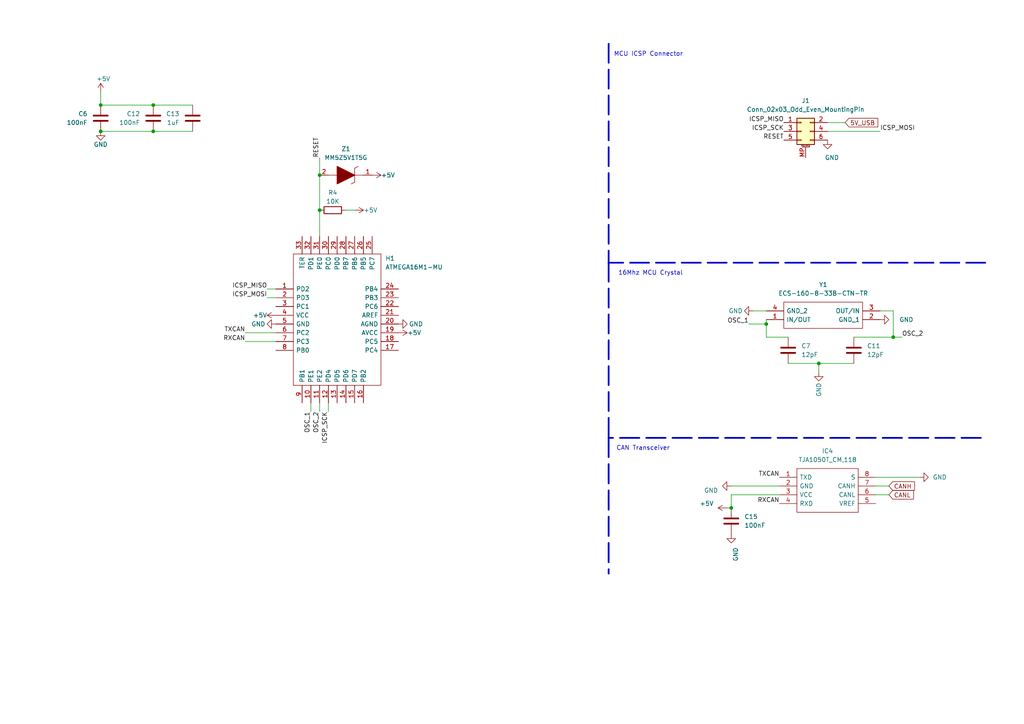
<source format=kicad_sch>
(kicad_sch (version 20210126) (generator eeschema)
  (paper "A4")
  (title_block (title "CAN Bus Alfa Speed Display") (date "2021-04-16") (rev "1") (comment 1 "Author: James Fletcher"))
  (lib_symbols
    (symbol "Connector_Generic_MountingPin:Conn_02x03_Odd_Even_MountingPin" (pin_names (offset 1.016) hide)
      (property "Reference" "J" (at 1.27 5.08 0))
      (property "Value" "Conn_02x03_Odd_Even_MountingPin" (at 2.54 -5.08 0))
      (symbol "Conn_02x03_Odd_Even_MountingPin_1_1"
        (text "Mounting" (at 1.27 -4.191 0) (effects (font (size 0.381 0.381))))
        (rectangle (start -1.27 -2.413) (end 0 -2.667) (stroke (width 0.1524)))
        (rectangle (start -1.27 2.667) (end 0 2.413) (stroke (width 0.1524)))
        (rectangle (start -1.27 3.81) (end 3.81 -3.81) (stroke (width 0.254)) (fill (type background)))
        (rectangle (start -1.27 0.127) (end 0 -0.127) (stroke (width 0.1524)))
        (rectangle (start 3.81 -2.413) (end 2.54 -2.667) (stroke (width 0.1524)))
        (rectangle (start 3.81 2.667) (end 2.54 2.413) (stroke (width 0.1524)))
        (rectangle (start 3.81 0.127) (end 2.54 -0.127) (stroke (width 0.1524)))
        (polyline (pts (xy 0.254 -4.572) (xy 2.286 -4.572)) (stroke (width 0.1524)))
        (pin passive line (at 1.27 -7.62 90) (length 3.048) (name "MountPin") (number "MP"))
        (pin passive line (at -5.08 2.54 0) (length 3.81) (name "Pin_1") (number "1"))
        (pin passive line (at 7.62 2.54 180) (length 3.81) (name "Pin_2") (number "2"))
        (pin passive line (at -5.08 0 0) (length 3.81) (name "Pin_3") (number "3"))
        (pin passive line (at 7.62 0 180) (length 3.81) (name "Pin_4") (number "4"))
        (pin passive line (at -5.08 -2.54 0) (length 3.81) (name "Pin_5") (number "5"))
        (pin passive line (at 7.62 -2.54 180) (length 3.81) (name "Pin_6") (number "6"))
      )
    )
    (symbol "Device:C" (pin_numbers hide) (pin_names (offset 0.254))
      (property "Reference" "C" (at 0.635 2.54 0))
      (property "Value" "C" (at 0.635 -2.54 0))
      (symbol "C_0_1"
        (polyline (pts (xy -2.032 -0.762) (xy 2.032 -0.762)) (stroke (width 0.508)))
        (polyline (pts (xy -2.032 0.762) (xy 2.032 0.762)) (stroke (width 0.508)))
      )
      (symbol "C_1_1"
        (pin passive line (at 0 3.81 270) (length 2.794) (name "~") (number "1"))
        (pin passive line (at 0 -3.81 90) (length 2.794) (name "~") (number "2"))
      )
    )
    (symbol "Device:R" (pin_numbers hide) (pin_names (offset 0))
      (property "Reference" "R" (at 2.032 0 90))
      (property "Value" "R" (at 0 0 90))
      (symbol "R_0_1"
        (rectangle (start -1.016 -2.54) (end 1.016 2.54) (stroke (width 0.254)))
      )
      (symbol "R_1_1"
        (pin passive line (at 0 3.81 270) (length 1.27) (name "~") (number "1"))
        (pin passive line (at 0 -3.81 90) (length 1.27) (name "~") (number "2"))
      )
    )
    (symbol "SamacSys_Parts:ATMEGA16M1-MU" (pin_names (offset 0.762))
      (property "Reference" "H" (at 31.75 15.24 0))
      (property "Value" "ATMEGA16M1-MU" (at 31.75 12.7 0))
      (symbol "ATMEGA16M1-MU_0_0"
        (pin bidirectional line (at 0 0 0) (length 5.08) (name "PD2") (number "1"))
        (pin bidirectional line (at 0 -2.54 0) (length 5.08) (name "PD3") (number "2"))
        (pin bidirectional line (at 0 -5.08 0) (length 5.08) (name "PC1") (number "3"))
        (pin power_in line (at 0 -7.62 0) (length 5.08) (name "VCC") (number "4"))
        (pin power_in line (at 0 -10.16 0) (length 5.08) (name "GND") (number "5"))
        (pin bidirectional line (at 0 -12.7 0) (length 5.08) (name "PC2") (number "6"))
        (pin bidirectional line (at 0 -15.24 0) (length 5.08) (name "PC3") (number "7"))
        (pin bidirectional line (at 0 -17.78 0) (length 5.08) (name "PB0") (number "8"))
        (pin bidirectional line (at 7.62 -33.02 90) (length 5.08) (name "PB1") (number "9"))
        (pin bidirectional line (at 10.16 -33.02 90) (length 5.08) (name "PE1") (number "10"))
        (pin bidirectional line (at 12.7 -33.02 90) (length 5.08) (name "PE2") (number "11"))
        (pin bidirectional line (at 15.24 -33.02 90) (length 5.08) (name "PD4") (number "12"))
        (pin bidirectional line (at 17.78 -33.02 90) (length 5.08) (name "PD5") (number "13"))
        (pin bidirectional line (at 20.32 -33.02 90) (length 5.08) (name "PD6") (number "14"))
        (pin bidirectional line (at 22.86 -33.02 90) (length 5.08) (name "PD7") (number "15"))
        (pin bidirectional line (at 25.4 -33.02 90) (length 5.08) (name "PB2") (number "16"))
        (pin bidirectional line (at 35.56 0 180) (length 5.08) (name "PB4") (number "24"))
        (pin bidirectional line (at 35.56 -2.54 180) (length 5.08) (name "PB3") (number "23"))
        (pin bidirectional line (at 35.56 -5.08 180) (length 5.08) (name "PC6") (number "22"))
        (pin power_in line (at 35.56 -7.62 180) (length 5.08) (name "AREF") (number "21"))
        (pin power_in line (at 35.56 -10.16 180) (length 5.08) (name "AGND") (number "20"))
        (pin power_in line (at 35.56 -12.7 180) (length 5.08) (name "AVCC") (number "19"))
        (pin bidirectional line (at 35.56 -15.24 180) (length 5.08) (name "PC5") (number "18"))
        (pin bidirectional line (at 35.56 -17.78 180) (length 5.08) (name "PC4") (number "17"))
        (pin passive line (at 7.62 15.24 270) (length 5.08) (name "TER") (number "33"))
        (pin bidirectional line (at 10.16 15.24 270) (length 5.08) (name "PD1") (number "32"))
        (pin bidirectional line (at 12.7 15.24 270) (length 5.08) (name "PE0") (number "31"))
        (pin bidirectional line (at 15.24 15.24 270) (length 5.08) (name "PC0") (number "30"))
        (pin bidirectional line (at 17.78 15.24 270) (length 5.08) (name "PD0") (number "29"))
        (pin bidirectional line (at 20.32 15.24 270) (length 5.08) (name "PB7") (number "28"))
        (pin bidirectional line (at 22.86 15.24 270) (length 5.08) (name "PB6") (number "27"))
        (pin bidirectional line (at 25.4 15.24 270) (length 5.08) (name "PB5") (number "26"))
        (pin bidirectional line (at 27.94 15.24 270) (length 5.08) (name "PC7") (number "25"))
      )
      (symbol "ATMEGA16M1-MU_0_1"
        (polyline (pts (xy 5.08 10.16) (xy 30.48 10.16) (xy 30.48 -27.94) (xy 5.08 -27.94) (xy 5.08 10.16)) (stroke (width 0.1524)))
      )
    )
    (symbol "SamacSys_Parts:ECS-160-8-33B-CTN-TR" (pin_names (offset 0.762))
      (property "Reference" "Y" (at 29.21 7.62 0))
      (property "Value" "ECS-160-8-33B-CTN-TR" (at 29.21 5.08 0))
      (symbol "ECS-160-8-33B-CTN-TR_0_0"
        (pin passive line (at 0 -2.54 0) (length 5.08) (name "IN/OUT") (number "1"))
        (pin passive line (at 33.02 -2.54 180) (length 5.08) (name "GND_1") (number "2"))
        (pin passive line (at 33.02 0 180) (length 5.08) (name "OUT/IN") (number "3"))
        (pin passive line (at 0 0 0) (length 5.08) (name "GND_2") (number "4"))
      )
      (symbol "ECS-160-8-33B-CTN-TR_0_1"
        (polyline (pts (xy 5.08 2.54) (xy 27.94 2.54) (xy 27.94 -5.08) (xy 5.08 -5.08) (xy 5.08 2.54)) (stroke (width 0.1524)))
      )
    )
    (symbol "SamacSys_Parts:MM5Z5V1T5G" (pin_names (offset 0.762))
      (property "Reference" "Z" (at 10.16 8.89 0))
      (property "Value" "MM5Z5V1T5G" (at 10.16 6.35 0))
      (symbol "MM5Z5V1T5G_0_0"
        (pin passive line (at 0 0 0) (length 2.54) (name "~") (number "1"))
        (pin passive line (at 15.24 0 180) (length 2.54) (name "~") (number "2"))
      )
      (symbol "MM5Z5V1T5G_0_1"
        (polyline (pts (xy 5.08 2.032) (xy 5.08 -2.032)) (stroke (width 0.1524)))
        (polyline (pts (xy 5.08 2.032) (xy 6.096 2.54)) (stroke (width 0.1524)))
        (polyline (pts (xy 4.064 -2.54) (xy 5.08 -2.032)) (stroke (width 0.1524)))
        (polyline (pts (xy 2.54 0) (xy 5.08 0)) (stroke (width 0.1524)))
        (polyline (pts (xy 12.7 0) (xy 10.16 0)) (stroke (width 0.1524)))
        (polyline (pts (xy 5.08 0) (xy 10.16 2.54) (xy 10.16 -2.54) (xy 5.08 0)) (stroke (width 0.254)) (fill (type outline)))
      )
    )
    (symbol "SamacSys_Parts:TJA1050T_CM,118" (pin_names (offset 0.762))
      (property "Reference" "IC" (at 24.13 7.62 0))
      (property "Value" "TJA1050T_CM,118" (at 24.13 5.08 0))
      (symbol "TJA1050T_CM,118_0_0"
        (pin passive line (at 0 0 0) (length 5.08) (name "TXD") (number "1"))
        (pin passive line (at 0 -2.54 0) (length 5.08) (name "GND") (number "2"))
        (pin passive line (at 0 -5.08 0) (length 5.08) (name "VCC") (number "3"))
        (pin passive line (at 0 -7.62 0) (length 5.08) (name "RXD") (number "4"))
        (pin passive line (at 27.94 0 180) (length 5.08) (name "S") (number "8"))
        (pin passive line (at 27.94 -2.54 180) (length 5.08) (name "CANH") (number "7"))
        (pin passive line (at 27.94 -5.08 180) (length 5.08) (name "CANL") (number "6"))
        (pin passive line (at 27.94 -7.62 180) (length 5.08) (name "VREF") (number "5"))
      )
      (symbol "TJA1050T_CM,118_0_1"
        (polyline (pts (xy 5.08 2.54) (xy 22.86 2.54) (xy 22.86 -10.16) (xy 5.08 -10.16) (xy 5.08 2.54)) (stroke (width 0.1524)))
      )
    )
    (symbol "power:+5V" (power) (pin_names (offset 0))
      (property "Value" "+5V" (at 0 3.556 0))
      (symbol "+5V_0_1"
        (polyline (pts (xy -0.762 1.27) (xy 0 2.54)))
        (polyline (pts (xy 0 0) (xy 0 2.54)))
        (polyline (pts (xy 0 2.54) (xy 0.762 1.27)))
      )
      (symbol "+5V_1_1"
        (pin power_in line (at 0 0 90) (length 0) hide (name "+5V") (number "1"))
      )
    )
    (symbol "power:GND" (power) (pin_names (offset 0))
      (property "Value" "GND" (at 0 -3.81 0))
      (symbol "GND_0_1"
        (polyline (pts (xy 0 0) (xy 0 -1.27) (xy 1.27 -1.27) (xy 0 -2.54) (xy -1.27 -1.27) (xy 0 -1.27)))
      )
      (symbol "GND_1_1"
        (pin power_in line (at 0 0 270) (length 0) hide (name "GND") (number "1"))
      )
    )
  )
  (junction (at 29.21 30.48) (diameter 0.9144))
  (junction (at 29.21 38.1) (diameter 0.9144))
  (junction (at 44.45 30.48) (diameter 0.9144))
  (junction (at 44.45 38.1) (diameter 0.9144))
  (junction (at 92.71 50.8) (diameter 0.9144))
  (junction (at 92.71 60.96) (diameter 0.9144))
  (junction (at 212.09 147.32) (diameter 0.9144))
  (junction (at 222.25 93.98) (diameter 0.9144))
  (junction (at 237.49 105.41) (diameter 0.9144))
  (junction (at 259.08 97.79) (diameter 0.9144))
  (wire (pts (xy 29.21 26.67) (xy 29.21 30.48)))
  (wire (pts (xy 29.21 30.48) (xy 44.45 30.48)))
  (wire (pts (xy 29.21 38.1) (xy 44.45 38.1)))
  (wire (pts (xy 44.45 30.48) (xy 55.88 30.48)))
  (wire (pts (xy 44.45 38.1) (xy 55.88 38.1)))
  (wire (pts (xy 71.12 96.52) (xy 80.01 96.52)))
  (wire (pts (xy 71.12 99.06) (xy 80.01 99.06)))
  (wire (pts (xy 77.47 83.82) (xy 80.01 83.82)))
  (wire (pts (xy 77.47 86.36) (xy 80.01 86.36)))
  (wire (pts (xy 90.17 116.84) (xy 90.17 119.38)))
  (wire (pts (xy 92.71 45.72) (xy 92.71 50.8)))
  (wire (pts (xy 92.71 50.8) (xy 92.71 60.96)))
  (wire (pts (xy 92.71 60.96) (xy 92.71 68.58)))
  (wire (pts (xy 92.71 116.84) (xy 92.71 119.38)))
  (wire (pts (xy 95.25 116.84) (xy 95.25 119.38)))
  (wire (pts (xy 100.33 60.96) (xy 102.87 60.96)))
  (wire (pts (xy 212.09 140.97) (xy 226.06 140.97)))
  (wire (pts (xy 212.09 143.51) (xy 212.09 147.32)))
  (wire (pts (xy 212.09 147.32) (xy 210.82 147.32)))
  (wire (pts (xy 217.17 93.98) (xy 222.25 93.98)))
  (wire (pts (xy 218.44 90.17) (xy 222.25 90.17)))
  (wire (pts (xy 222.25 93.98) (xy 222.25 92.71)))
  (wire (pts (xy 222.25 97.79) (xy 222.25 93.98)))
  (wire (pts (xy 226.06 143.51) (xy 212.09 143.51)))
  (wire (pts (xy 228.6 97.79) (xy 222.25 97.79)))
  (wire (pts (xy 228.6 105.41) (xy 237.49 105.41)))
  (wire (pts (xy 237.49 105.41) (xy 237.49 107.95)))
  (wire (pts (xy 237.49 105.41) (xy 247.65 105.41)))
  (wire (pts (xy 240.03 35.56) (xy 245.11 35.56)))
  (wire (pts (xy 240.03 38.1) (xy 255.27 38.1)))
  (wire (pts (xy 247.65 97.79) (xy 259.08 97.79)))
  (wire (pts (xy 254 138.43) (xy 266.7 138.43)))
  (wire (pts (xy 254 140.97) (xy 257.81 140.97)))
  (wire (pts (xy 254 143.51) (xy 257.81 143.51)))
  (wire (pts (xy 255.27 90.17) (xy 259.08 90.17)))
  (wire (pts (xy 259.08 97.79) (xy 259.08 90.17)))
  (wire (pts (xy 259.08 97.79) (xy 261.62 97.79)))
  (polyline (pts (xy 176.53 12.7) (xy 176.53 76.2)) (stroke (width 0.5) (type dash)))
  (polyline (pts (xy 176.53 76.2) (xy 176.53 127)) (stroke (width 0.5) (type dash)))
  (polyline (pts (xy 176.53 127) (xy 176.53 166.37)) (stroke (width 0.508) (type dash)))
  (polyline (pts (xy 284.48 127) (xy 176.53 127)) (stroke (width 0.508) (type dash)))
  (polyline (pts (xy 285.75 76.2) (xy 176.53 76.2)) (stroke (width 0.5) (type dash)))
  (text "CAN Transceiver" (at 194.31 130.81 180) (effects (font (size 1.27 1.27)) (justify right bottom)))
  (text "MCU ICSP Connector" (at 198.12 16.51 180) (effects (font (size 1.27 1.27)) (justify right bottom)))
  (text "16Mhz MCU Crystal" (at 198.12 80.01 180) (effects (font (size 1.27 1.27)) (justify right bottom)))
  (label "TXCAN" (at 71.12 96.52 180))
  (label "RXCAN" (at 71.12 99.06 180))
  (label "ICSP_MISO" (at 77.47 83.82 180))
  (label "ICSP_MOSI" (at 77.47 86.36 180))
  (label "OSC_1" (at 90.17 119.38 270))
  (label "RESET" (at 92.71 45.72 90))
  (label "OSC_2" (at 92.71 119.38 270))
  (label "ICSP_SCK" (at 95.25 119.38 270))
  (label "OSC_1" (at 217.17 93.98 180))
  (label "TXCAN" (at 226.06 138.43 180))
  (label "RXCAN" (at 226.06 146.05 180))
  (label "ICSP_MISO" (at 227.33 35.56 180))
  (label "ICSP_SCK" (at 227.33 38.1 180))
  (label "RESET" (at 227.33 40.64 180))
  (label "ICSP_MOSI" (at 255.27 38.1 0))
  (label "OSC_2" (at 261.62 97.79 0))
  (global_label "5V_USB" (shape input) (at 245.11 35.56 0) (property "Intersheet References" "${INTERSHEET_REFS}" (effects hide)))
  (global_label "CANH" (shape input) (at 257.81 140.97 0) (property "Intersheet References" "${INTERSHEET_REFS}" (effects hide)))
  (global_label "CANL" (shape input) (at 257.81 143.51 0) (property "Intersheet References" "${INTERSHEET_REFS}" (effects hide)))
  (symbol (lib_id "power:+5V") (at 29.21 26.67 0) (unit 1)
    (property "Reference" "#PWR011" (effects hide))
    (property "Value" "+5V" (at 27.94 22.86 0) (effects (justify left)))
  )
  (symbol (lib_id "power:+5V") (at 80.01 91.44 90) (unit 1)
    (property "Reference" "#PWR0104" (effects hide))
    (property "Value" "+5V" (at 77.47 91.44 90) (effects (justify left)))
  )
  (symbol (lib_id "power:+5V") (at 102.87 60.96 270) (unit 1)
    (property "Reference" "#PWR0106" (effects hide))
    (property "Value" "+5V" (at 105.41 60.96 90) (effects (justify left)))
  )
  (symbol (lib_id "power:+5V") (at 107.95 50.8 270) (unit 1)
    (property "Reference" "#PWR0107" (effects hide))
    (property "Value" "+5V" (at 110.49 50.8 90) (effects (justify left)))
  )
  (symbol (lib_id "power:+5V") (at 115.57 96.52 270) (unit 1)
    (property "Reference" "#PWR0102" (effects hide))
    (property "Value" "+5V" (at 118.11 96.52 90) (effects (justify left)))
  )
  (symbol (lib_id "power:+5V") (at 210.82 147.32 90) (unit 1)
    (property "Reference" "#PWR031" (effects hide))
    (property "Value" "+5V" (at 207.01 146.05 90) (effects (justify left)))
  )
  (symbol (lib_id "power:GND") (at 29.21 38.1 0) (unit 1)
    (property "Reference" "#PWR012" (effects hide))
    (property "Value" "GND" (at 29.21 41.91 0))
  )
  (symbol (lib_id "power:GND") (at 80.01 93.98 270) (unit 1)
    (property "Reference" "#PWR0105" (effects hide))
    (property "Value" "GND" (at 74.93 93.98 90))
  )
  (symbol (lib_id "power:GND") (at 115.57 93.98 90) (unit 1)
    (property "Reference" "#PWR0103" (effects hide))
    (property "Value" "GND" (at 120.65 93.98 90))
  )
  (symbol (lib_id "power:GND") (at 212.09 140.97 270) (unit 1)
    (property "Reference" "#PWR032" (effects hide))
    (property "Value" "GND" (at 208.28 142.24 90) (effects (justify right)))
  )
  (symbol (lib_id "power:GND") (at 212.09 154.94 0) (unit 1)
    (property "Reference" "#PWR033" (effects hide))
    (property "Value" "GND" (at 213.36 158.75 90) (effects (justify right)))
  )
  (symbol (lib_id "power:GND") (at 218.44 90.17 270) (unit 1)
    (property "Reference" "#PWR010" (effects hide))
    (property "Value" "GND" (at 213.36 90.17 90))
  )
  (symbol (lib_id "power:GND") (at 237.49 107.95 0) (unit 1)
    (property "Reference" "#PWR013" (effects hide))
    (property "Value" "GND" (at 237.49 113.03 90))
  )
  (symbol (lib_id "power:GND") (at 240.03 40.64 0) (unit 1)
    (property "Reference" "#PWR0101" (effects hide))
    (property "Value" "GND" (at 241.3 45.72 0))
  )
  (symbol (lib_id "power:GND") (at 255.27 92.71 90) (unit 1)
    (property "Reference" "#PWR015" (effects hide))
    (property "Value" "GND" (at 262.89 92.71 90))
  )
  (symbol (lib_id "power:GND") (at 266.7 138.43 90) (unit 1)
    (property "Reference" "#PWR041" (effects hide))
    (property "Value" "GND" (at 270.51 138.43 90) (effects (justify right)))
  )
  (symbol (lib_id "Device:R") (at 96.52 60.96 90) (unit 1)
    (property "Reference" "R4" (at 96.52 55.88 90))
    (property "Value" "10K" (at 96.52 58.42 90))
    (property "Footprint" "Resistor_SMD:R_0603_1608Metric_Pad0.98x0.95mm_HandSolder" (effects hide))
  )
  (symbol (lib_id "Device:C") (at 29.21 34.29 180) (unit 1)
    (property "Reference" "C6" (at 25.4 33.02 0) (effects (justify left)))
    (property "Value" "100nF" (at 25.4 35.56 0) (effects (justify left)))
    (property "Footprint" "Capacitor_SMD:C_0603_1608Metric_Pad1.08x0.95mm_HandSolder" (effects hide))
  )
  (symbol (lib_id "Device:C") (at 44.45 34.29 180) (unit 1)
    (property "Reference" "C12" (at 40.64 33.02 0) (effects (justify left)))
    (property "Value" "100nF" (at 40.64 35.56 0) (effects (justify left)))
    (property "Footprint" "Capacitor_SMD:C_0603_1608Metric_Pad1.08x0.95mm_HandSolder" (effects hide))
  )
  (symbol (lib_id "Device:C") (at 55.88 34.29 180) (unit 1)
    (property "Reference" "C13" (at 52.07 33.02 0) (effects (justify left)))
    (property "Value" "1uF" (at 52.07 35.56 0) (effects (justify left)))
    (property "Footprint" "Capacitor_SMD:C_0603_1608Metric_Pad1.08x0.95mm_HandSolder" (effects hide))
  )
  (symbol (lib_id "Device:C") (at 212.09 151.13 0) (unit 1)
    (property "Reference" "C15" (at 215.9 149.86 0) (effects (justify left)))
    (property "Value" "100nF" (at 215.9 152.4 0) (effects (justify left)))
    (property "Footprint" "Capacitor_SMD:C_0603_1608Metric_Pad1.08x0.95mm_HandSolder" (effects hide))
  )
  (symbol (lib_id "Device:C") (at 228.6 101.6 0) (unit 1)
    (property "Reference" "C7" (at 232.41 100.33 0) (effects (justify left)))
    (property "Value" "12pF" (at 232.41 102.87 0) (effects (justify left)))
    (property "Footprint" "Capacitor_SMD:C_0603_1608Metric_Pad1.08x0.95mm_HandSolder" (effects hide))
  )
  (symbol (lib_id "Device:C") (at 247.65 101.6 0) (unit 1)
    (property "Reference" "C11" (at 251.46 100.33 0) (effects (justify left)))
    (property "Value" "12pF" (at 251.46 102.87 0) (effects (justify left)))
    (property "Footprint" "Capacitor_SMD:C_0603_1608Metric_Pad1.08x0.95mm_HandSolder" (effects hide))
  )
  (symbol (lib_id "SamacSys_Parts:MM5Z5V1T5G") (at 107.95 50.8 180) (unit 1)
    (property "Reference" "Z1" (at 100.33 43.18 0))
    (property "Value" "MM5Z5V1T5G" (at 100.33 45.72 0))
    (property "Footprint" "SamacSys_Parts:SODFL1608X70N" (effects hide))
    (property "Datasheet" "https://www.onsemi.com/pub/Collateral/MM5Z2V4T1-D.PDF" (effects hide))
    (property "Description" "Zener Diodes 500 mW Zener Diode Voltage Regulator" (effects hide))
    (property "Height" "0.7" (effects hide))
    (property "Mouser Part Number" "863-MM5Z5V1T5G" (effects hide))
    (property "Mouser Price/Stock" "https://www.mouser.co.uk/ProductDetail/ON-Semiconductor/MM5Z5V1T5G?qs=vLWxofP3U2z8aRG3gV%252Bjvw%3D%3D" (effects hide))
    (property "Manufacturer_Name" "ON Semiconductor" (effects hide))
    (property "Manufacturer_Part_Number" "MM5Z5V1T5G" (effects hide))
  )
  (symbol (lib_id "Connector_Generic_MountingPin:Conn_02x03_Odd_Even_MountingPin") (at 232.41 38.1 0) (unit 1)
    (property "Reference" "J1" (at 233.68 29.21 0))
    (property "Value" "Conn_02x03_Odd_Even_MountingPin" (at 233.68 31.75 0))
    (property "Footprint" "Connector_PinHeader_2.54mm:PinHeader_2x03_P2.54mm_Vertical" (effects hide))
  )
  (symbol (lib_id "SamacSys_Parts:ECS-160-8-33B-CTN-TR") (at 222.25 90.17 0) (unit 1)
    (property "Reference" "Y1" (at 238.76 82.55 0))
    (property "Value" "ECS-160-8-33B-CTN-TR" (at 238.76 85.09 0))
    (property "Footprint" "SamacSys_Parts:ECS160833BCTNTR" (effects hide))
    (property "Description" "Crystals CRYSTAL 16MHZ 8pF +/- 10ppm +/- 20ppm -40 C ~ 85 C" (effects hide))
    (property "Height" "0.8" (effects hide))
    (property "Mouser Part Number" "520-ECS160833BCTN-TR" (effects hide))
    (property "Mouser Price/Stock" "https://www.mouser.co.uk/ProductDetail/ECS/ECS-160-8-33B-CTN-TR?qs=7MVldsJ5Uaw%2FFUY3ykNO7w%3D%3D" (effects hide))
    (property "Manufacturer_Name" "ECS" (effects hide))
    (property "Manufacturer_Part_Number" "ECS-160-8-33B-CTN-TR" (effects hide))
  )
  (symbol (lib_id "SamacSys_Parts:TJA1050T_CM,118") (at 226.06 138.43 0) (unit 1)
    (property "Reference" "IC4" (at 240.03 130.81 0))
    (property "Value" "TJA1050T_CM,118" (at 240.03 133.35 0))
    (property "Footprint" "SamacSys_Parts:SOIC127P600X175-8N" (effects hide))
    (property "Datasheet" "http://www.nxp.com/docs/en/data-sheet/TJA1050.pdf" (effects hide))
    (property "Description" "NXP - TJA1050T/CM,118 - CAN TRANSCEIVER, 1TX/RX, SOIC-8" (effects hide))
    (property "Height" "1.75" (effects hide))
    (property "Mouser Part Number" "771-TJA1050T/CM118" (effects hide))
    (property "Mouser Price/Stock" "https://www.mouser.co.uk/ProductDetail/NXP-Semiconductors/TJA1050T-CM118/?qs=5XOdhvmYM0NFFspw0VP5sA%3D%3D" (effects hide))
    (property "Manufacturer_Name" "NXP" (effects hide))
    (property "Manufacturer_Part_Number" "TJA1050T/CM,118" (effects hide))
  )
  (symbol (lib_id "SamacSys_Parts:ATMEGA16M1-MU") (at 80.01 83.82 0) (unit 1)
    (property "Reference" "H1" (at 111.76 74.93 0) (effects (justify left)))
    (property "Value" "ATMEGA16M1-MU" (at 111.76 77.47 0) (effects (justify left)))
    (property "Footprint" "SamacSys_Parts:QFN65P700X700X100-33N" (effects hide))
    (property "Datasheet" "https://componentsearchengine.com/Datasheets/1/ATMEGA16M1-MU.pdf" (effects hide))
    (property "Description" "MCU 8-bit ATmega AVR RISC 16KB Flash 3.3V/5V 32-Pin QFN EP" (effects hide))
    (property "Height" "1" (effects hide))
    (property "Mouser Part Number" "556-ATMEGA16M1-MU" (effects hide))
    (property "Mouser Price/Stock" "https://www.mouser.com/Search/Refine.aspx?Keyword=556-ATMEGA16M1-MU" (effects hide))
    (property "Manufacturer_Name" "Microchip" (effects hide))
    (property "Manufacturer_Part_Number" "ATMEGA16M1-MU" (effects hide))
  )
)
</source>
